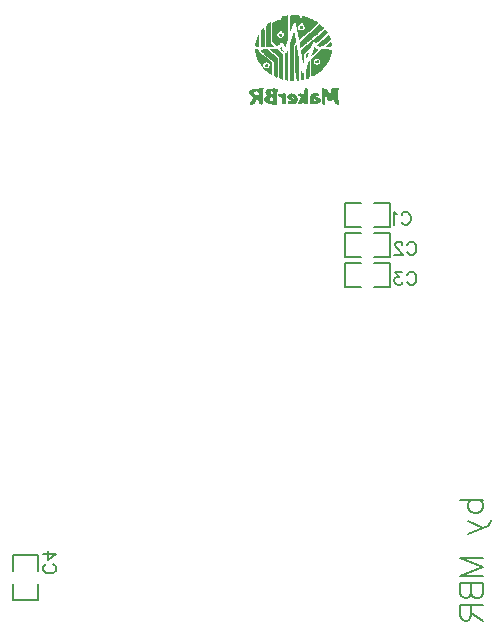
<source format=gbo>
G04 Layer: BottomSilkLayer*
G04 EasyEDA v6.4.0, 2020-08-15T23:10:14+05:30*
G04 5cc65f200d574341adaaee413559fcb0,ac1a8ddbb09a48189df0a8a7e8d705f5,10*
G04 Gerber Generator version 0.2*
G04 Scale: 100 percent, Rotated: No, Reflected: No *
G04 Dimensions in inches *
G04 leading zeros omitted , absolute positions ,2 integer and 4 decimal *
%FSLAX24Y24*%
%MOIN*%
G90*
G70D02*

%ADD37C,0.008000*%
%ADD42C,0.007000*%
%ADD43C,0.007870*%

%LPD*%

%LPD*%
G36*
G01X13522Y20386D02*
G01X13503Y20390D01*
G01X13485Y20389D01*
G01X13467Y20385D01*
G01X13453Y20376D01*
G01X13443Y20363D01*
G01X13440Y20340D01*
G01X13449Y20315D01*
G01X13465Y20294D01*
G01X13487Y20281D01*
G01X13517Y20282D01*
G01X13544Y20300D01*
G01X13561Y20326D01*
G01X13562Y20354D01*
G01X13553Y20369D01*
G01X13539Y20379D01*
G01X13522Y20386D01*
G37*

%LPD*%
G36*
G01X12834Y20144D02*
G01X12806Y20145D01*
G01X12778Y20138D01*
G01X12756Y20123D01*
G01X12745Y20107D01*
G01X12742Y20090D01*
G01X12747Y20073D01*
G01X12758Y20059D01*
G01X12773Y20047D01*
G01X12793Y20040D01*
G01X12815Y20038D01*
G01X12839Y20042D01*
G01X12857Y20058D01*
G01X12867Y20084D01*
G01X12867Y20113D01*
G01X12855Y20135D01*
G01X12834Y20144D01*
G37*

%LPD*%
G36*
G01X13256Y20768D02*
G01X13235Y20769D01*
G01X13216Y20768D01*
G01X13199Y20767D01*
G01X13185Y20763D01*
G01X13172Y20759D01*
G01X13160Y20753D01*
G01X13151Y20744D01*
G01X13143Y20734D01*
G01X13136Y20722D01*
G01X13130Y20708D01*
G01X13126Y20691D01*
G01X13122Y20672D01*
G01X13120Y20651D01*
G01X13119Y20627D01*
G01X13118Y20600D01*
G01X13118Y20501D01*
G01X13119Y20462D01*
G01X13124Y20186D01*
G01X13173Y20333D01*
G01X13185Y20366D01*
G01X13197Y20396D01*
G01X13208Y20421D01*
G01X13219Y20442D01*
G01X13230Y20460D01*
G01X13240Y20473D01*
G01X13251Y20483D01*
G01X13261Y20489D01*
G01X13272Y20491D01*
G01X13283Y20490D01*
G01X13294Y20485D01*
G01X13305Y20477D01*
G01X13307Y20474D01*
G01X13310Y20469D01*
G01X13312Y20461D01*
G01X13319Y20440D01*
G01X13322Y20425D01*
G01X13327Y20409D01*
G01X13331Y20390D01*
G01X13336Y20368D01*
G01X13341Y20344D01*
G01X13346Y20319D01*
G01X13352Y20290D01*
G01X13358Y20259D01*
G01X13365Y20226D01*
G01X13372Y20191D01*
G01X13379Y20153D01*
G01X13386Y20113D01*
G01X13394Y20070D01*
G01X13403Y20025D01*
G01X13411Y19977D01*
G01X13423Y19914D01*
G01X13754Y20196D01*
G01X14085Y20479D01*
G01X14001Y20542D01*
G01X13986Y20552D01*
G01X13970Y20561D01*
G01X13952Y20572D01*
G01X13933Y20582D01*
G01X13869Y20614D01*
G01X13823Y20634D01*
G01X13800Y20645D01*
G01X13776Y20655D01*
G01X13752Y20664D01*
G01X13729Y20673D01*
G01X13706Y20681D01*
G01X13684Y20689D01*
G01X13662Y20696D01*
G01X13641Y20702D01*
G01X13622Y20708D01*
G01X13604Y20712D01*
G01X13532Y20729D01*
G01X13532Y20586D01*
G01X13533Y20545D01*
G01X13534Y20511D01*
G01X13536Y20485D01*
G01X13539Y20464D01*
G01X13544Y20448D01*
G01X13551Y20434D01*
G01X13560Y20424D01*
G01X13571Y20414D01*
G01X13588Y20398D01*
G01X13600Y20380D01*
G01X13607Y20361D01*
G01X13610Y20342D01*
G01X13608Y20324D01*
G01X13602Y20306D01*
G01X13592Y20289D01*
G01X13579Y20274D01*
G01X13562Y20261D01*
G01X13543Y20252D01*
G01X13520Y20246D01*
G01X13494Y20243D01*
G01X13469Y20246D01*
G01X13447Y20252D01*
G01X13427Y20261D01*
G01X13411Y20273D01*
G01X13399Y20288D01*
G01X13391Y20304D01*
G01X13386Y20322D01*
G01X13386Y20340D01*
G01X13389Y20359D01*
G01X13398Y20378D01*
G01X13411Y20396D01*
G01X13429Y20413D01*
G01X13444Y20426D01*
G01X13456Y20438D01*
G01X13464Y20451D01*
G01X13469Y20467D01*
G01X13472Y20488D01*
G01X13473Y20515D01*
G01X13473Y20550D01*
G01X13472Y20596D01*
G01X13466Y20740D01*
G01X13400Y20750D01*
G01X13365Y20755D01*
G01X13334Y20759D01*
G01X13306Y20763D01*
G01X13280Y20766D01*
G01X13256Y20768D01*
G37*

%LPD*%
G36*
G01X14489Y19863D02*
G01X14478Y19864D01*
G01X14463Y19857D01*
G01X14443Y19842D01*
G01X14414Y19819D01*
G01X14378Y19788D01*
G01X14284Y19707D01*
G01X14445Y19707D01*
G01X14477Y19709D01*
G01X14499Y19713D01*
G01X14513Y19721D01*
G01X14520Y19735D01*
G01X14521Y19755D01*
G01X14517Y19782D01*
G01X14508Y19818D01*
G01X14503Y19840D01*
G01X14497Y19855D01*
G01X14489Y19863D01*
G37*

%LPD*%
G36*
G01X14416Y20086D02*
G01X14408Y20087D01*
G01X14399Y20084D01*
G01X14387Y20079D01*
G01X14372Y20070D01*
G01X14355Y20058D01*
G01X14310Y20022D01*
G01X14281Y19998D01*
G01X14248Y19969D01*
G01X14209Y19936D01*
G01X14178Y19910D01*
G01X14150Y19886D01*
G01X14125Y19863D01*
G01X14103Y19842D01*
G01X14084Y19823D01*
G01X14068Y19806D01*
G01X14054Y19790D01*
G01X14044Y19776D01*
G01X14036Y19764D01*
G01X14031Y19753D01*
G01X14028Y19743D01*
G01X14029Y19735D01*
G01X14032Y19728D01*
G01X14038Y19721D01*
G01X14046Y19717D01*
G01X14057Y19713D01*
G01X14071Y19710D01*
G01X14088Y19708D01*
G01X14106Y19707D01*
G01X14145Y19707D01*
G01X14161Y19708D01*
G01X14175Y19710D01*
G01X14189Y19713D01*
G01X14202Y19718D01*
G01X14217Y19725D01*
G01X14232Y19734D01*
G01X14249Y19746D01*
G01X14268Y19760D01*
G01X14290Y19778D01*
G01X14316Y19800D01*
G01X14345Y19825D01*
G01X14483Y19944D01*
G01X14452Y20020D01*
G01X14446Y20037D01*
G01X14440Y20052D01*
G01X14434Y20065D01*
G01X14429Y20074D01*
G01X14423Y20081D01*
G01X14416Y20086D01*
G37*

%LPD*%
G36*
G01X12072Y20105D02*
G01X12068Y20107D01*
G01X12063Y20105D01*
G01X12058Y20099D01*
G01X12052Y20090D01*
G01X12046Y20077D01*
G01X12039Y20061D01*
G01X12031Y20040D01*
G01X12022Y20017D01*
G01X12013Y19989D01*
G01X12003Y19958D01*
G01X11993Y19923D01*
G01X11980Y19879D01*
G01X11970Y19842D01*
G01X11962Y19810D01*
G01X11957Y19784D01*
G01X11955Y19762D01*
G01X11956Y19744D01*
G01X11960Y19731D01*
G01X11966Y19721D01*
G01X11976Y19714D01*
G01X11988Y19709D01*
G01X12003Y19707D01*
G01X12089Y19707D01*
G01X12088Y19922D01*
G01X12088Y19957D01*
G01X12087Y19988D01*
G01X12086Y20016D01*
G01X12085Y20040D01*
G01X12083Y20060D01*
G01X12081Y20077D01*
G01X12078Y20090D01*
G01X12075Y20099D01*
G01X12072Y20105D01*
G37*

%LPD*%
G36*
G01X12268Y20272D02*
G01X12254Y20363D01*
G01X12146Y20253D01*
G01X12146Y19707D01*
G01X12279Y19707D01*
G01X12279Y19991D01*
G01X12278Y20026D01*
G01X12278Y20060D01*
G01X12277Y20093D01*
G01X12276Y20125D01*
G01X12275Y20156D01*
G01X12274Y20185D01*
G01X12272Y20211D01*
G01X12271Y20234D01*
G01X12269Y20255D01*
G01X12268Y20272D01*
G37*

%LPD*%
G36*
G01X12469Y19830D02*
G01X12469Y20538D01*
G01X12405Y20496D01*
G01X12393Y20488D01*
G01X12383Y20480D01*
G01X12374Y20472D01*
G01X12365Y20463D01*
G01X12358Y20453D01*
G01X12351Y20441D01*
G01X12345Y20428D01*
G01X12340Y20413D01*
G01X12335Y20396D01*
G01X12331Y20377D01*
G01X12328Y20355D01*
G01X12325Y20330D01*
G01X12323Y20302D01*
G01X12321Y20271D01*
G01X12319Y20236D01*
G01X12318Y20197D01*
G01X12318Y20153D01*
G01X12317Y20106D01*
G01X12317Y19707D01*
G01X12609Y19707D01*
G01X12539Y19768D01*
G01X12469Y19830D01*
G37*

%LPD*%
G36*
G01X13057Y20190D02*
G01X13057Y20749D01*
G01X12986Y20738D01*
G01X12963Y20734D01*
G01X12942Y20731D01*
G01X12923Y20728D01*
G01X12906Y20725D01*
G01X12892Y20721D01*
G01X12879Y20717D01*
G01X12868Y20712D01*
G01X12859Y20706D01*
G01X12852Y20698D01*
G01X12846Y20689D01*
G01X12840Y20678D01*
G01X12837Y20665D01*
G01X12834Y20649D01*
G01X12832Y20630D01*
G01X12831Y20609D01*
G01X12830Y20584D01*
G01X12830Y20347D01*
G01X12831Y20309D01*
G01X12832Y20277D01*
G01X12833Y20251D01*
G01X12835Y20231D01*
G01X12838Y20215D01*
G01X12842Y20203D01*
G01X12847Y20194D01*
G01X12852Y20188D01*
G01X12859Y20182D01*
G01X12868Y20178D01*
G01X12884Y20169D01*
G01X12896Y20158D01*
G01X12906Y20146D01*
G01X12913Y20132D01*
G01X12918Y20118D01*
G01X12919Y20103D01*
G01X12918Y20088D01*
G01X12915Y20073D01*
G01X12909Y20058D01*
G01X12901Y20045D01*
G01X12891Y20032D01*
G01X12879Y20021D01*
G01X12864Y20012D01*
G01X12848Y20005D01*
G01X12831Y20001D01*
G01X12811Y19999D01*
G01X12785Y20002D01*
G01X12760Y20009D01*
G01X12740Y20019D01*
G01X12723Y20032D01*
G01X12710Y20048D01*
G01X12700Y20066D01*
G01X12695Y20084D01*
G01X12695Y20104D01*
G01X12699Y20123D01*
G01X12709Y20141D01*
G01X12724Y20157D01*
G01X12744Y20172D01*
G01X12755Y20178D01*
G01X12764Y20184D01*
G01X12771Y20190D01*
G01X12777Y20198D01*
G01X12782Y20209D01*
G01X12785Y20221D01*
G01X12788Y20238D01*
G01X12790Y20259D01*
G01X12791Y20285D01*
G01X12791Y20316D01*
G01X12792Y20354D01*
G01X12792Y20476D01*
G01X12791Y20506D01*
G01X12790Y20532D01*
G01X12788Y20553D01*
G01X12784Y20569D01*
G01X12780Y20582D01*
G01X12774Y20590D01*
G01X12766Y20596D01*
G01X12756Y20597D01*
G01X12743Y20596D01*
G01X12728Y20591D01*
G01X12711Y20584D01*
G01X12690Y20574D01*
G01X12666Y20562D01*
G01X12639Y20548D01*
G01X12535Y20495D01*
G01X12525Y19847D01*
G01X12637Y19749D01*
G01X12662Y19729D01*
G01X12681Y19717D01*
G01X12695Y19712D01*
G01X12707Y19715D01*
G01X12719Y19726D01*
G01X12733Y19744D01*
G01X12750Y19769D01*
G01X12769Y19797D01*
G01X12786Y19820D01*
G01X12802Y19838D01*
G01X12817Y19850D01*
G01X12831Y19857D01*
G01X12843Y19859D01*
G01X12856Y19857D01*
G01X12868Y19848D01*
G01X12881Y19835D01*
G01X12894Y19816D01*
G01X12907Y19792D01*
G01X12922Y19763D01*
G01X12931Y19743D01*
G01X12939Y19726D01*
G01X12946Y19714D01*
G01X12952Y19707D01*
G01X12958Y19704D01*
G01X12964Y19707D01*
G01X12970Y19715D01*
G01X12977Y19730D01*
G01X12985Y19750D01*
G01X12994Y19778D01*
G01X13005Y19812D01*
G01X13018Y19854D01*
G01X13023Y19870D01*
G01X13028Y19885D01*
G01X13032Y19901D01*
G01X13036Y19916D01*
G01X13045Y19964D01*
G01X13047Y19982D01*
G01X13049Y20001D01*
G01X13051Y20022D01*
G01X13052Y20044D01*
G01X13054Y20069D01*
G01X13055Y20095D01*
G01X13056Y20124D01*
G01X13056Y20156D01*
G01X13057Y20190D01*
G37*

%LPD*%
G36*
G01X14194Y20396D02*
G01X14135Y20458D01*
G01X13785Y20159D01*
G01X13436Y19861D01*
G01X13449Y19772D01*
G01X13454Y19736D01*
G01X13460Y19704D01*
G01X13466Y19681D01*
G01X13471Y19668D01*
G01X13473Y19668D01*
G01X13478Y19671D01*
G01X13485Y19676D01*
G01X13495Y19683D01*
G01X13521Y19703D01*
G01X13538Y19715D01*
G01X13556Y19730D01*
G01X13576Y19745D01*
G01X13597Y19763D01*
G01X13620Y19781D01*
G01X13644Y19801D01*
G01X13669Y19821D01*
G01X13696Y19843D01*
G01X13722Y19865D01*
G01X13750Y19888D01*
G01X13779Y19911D01*
G01X13807Y19936D01*
G01X13837Y19960D01*
G01X13866Y19984D01*
G01X13895Y20009D01*
G01X13953Y20057D01*
G01X14009Y20105D01*
G01X14036Y20128D01*
G01X14062Y20150D01*
G01X14087Y20172D01*
G01X14133Y20212D01*
G01X14154Y20230D01*
G01X14174Y20248D01*
G01X14191Y20263D01*
G01X14207Y20278D01*
G01X14221Y20290D01*
G01X14232Y20301D01*
G01X14242Y20310D01*
G01X14249Y20317D01*
G01X14253Y20322D01*
G01X14254Y20325D01*
G01X14250Y20333D01*
G01X14237Y20349D01*
G01X14218Y20371D01*
G01X14194Y20396D01*
G37*

%LPD*%
G36*
G01X12831Y19685D02*
G01X12823Y19688D01*
G01X12815Y19684D01*
G01X12808Y19673D01*
G01X12800Y19656D01*
G01X12797Y19637D01*
G01X12803Y19618D01*
G01X12819Y19596D01*
G01X12846Y19571D01*
G01X12905Y19521D01*
G01X12873Y19606D01*
G01X12861Y19636D01*
G01X12850Y19660D01*
G01X12840Y19676D01*
G01X12831Y19685D01*
G37*

%LPD*%
G36*
G01X13945Y19678D02*
G01X13940Y19678D01*
G01X13934Y19674D01*
G01X13928Y19665D01*
G01X13921Y19651D01*
G01X13913Y19632D01*
G01X13902Y19607D01*
G01X13890Y19575D01*
G01X13874Y19536D01*
G01X13862Y19504D01*
G01X13851Y19477D01*
G01X13843Y19454D01*
G01X13836Y19435D01*
G01X13831Y19420D01*
G01X13829Y19409D01*
G01X13829Y19401D01*
G01X13831Y19397D01*
G01X13837Y19397D01*
G01X13845Y19401D01*
G01X13856Y19408D01*
G01X13870Y19419D01*
G01X13888Y19433D01*
G01X13908Y19451D01*
G01X13932Y19471D01*
G01X13960Y19496D01*
G01X13997Y19527D01*
G01X14025Y19553D01*
G01X14045Y19572D01*
G01X14059Y19587D01*
G01X14065Y19598D01*
G01X14066Y19604D01*
G01X14061Y19608D01*
G01X14051Y19609D01*
G01X14032Y19612D01*
G01X14011Y19621D01*
G01X13992Y19633D01*
G01X13975Y19648D01*
G01X13965Y19659D01*
G01X13957Y19668D01*
G01X13951Y19675D01*
G01X13945Y19678D01*
G37*

%LPD*%
G36*
G01X13757Y19534D02*
G01X13754Y19540D01*
G01X13738Y19530D01*
G01X13706Y19504D01*
G01X13688Y19489D01*
G01X13674Y19476D01*
G01X13663Y19463D01*
G01X13656Y19448D01*
G01X13651Y19432D01*
G01X13649Y19413D01*
G01X13648Y19388D01*
G01X13648Y19358D01*
G01X13649Y19259D01*
G01X13693Y19368D01*
G01X13703Y19390D01*
G01X13712Y19413D01*
G01X13721Y19435D01*
G01X13729Y19455D01*
G01X13736Y19474D01*
G01X13743Y19491D01*
G01X13748Y19504D01*
G01X13757Y19534D01*
G37*

%LPD*%
G36*
G01X14304Y20263D02*
G01X14298Y20263D01*
G01X14291Y20262D01*
G01X14283Y20260D01*
G01X14274Y20255D01*
G01X14264Y20250D01*
G01X14252Y20242D01*
G01X14238Y20232D01*
G01X14222Y20220D01*
G01X14205Y20206D01*
G01X14185Y20190D01*
G01X14163Y20172D01*
G01X14138Y20151D01*
G01X14111Y20128D01*
G01X14081Y20102D01*
G01X14048Y20073D01*
G01X14011Y20042D01*
G01X13972Y20008D01*
G01X13928Y19971D01*
G01X13882Y19930D01*
G01X13481Y19584D01*
G01X13531Y19332D01*
G01X13580Y19080D01*
G01X13591Y19471D01*
G01X13702Y19568D01*
G01X13732Y19595D01*
G01X13758Y19620D01*
G01X13779Y19643D01*
G01X13797Y19665D01*
G01X13813Y19687D01*
G01X13826Y19709D01*
G01X13837Y19733D01*
G01X13847Y19759D01*
G01X13861Y19793D01*
G01X13874Y19820D01*
G01X13887Y19840D01*
G01X13900Y19853D01*
G01X13914Y19860D01*
G01X13928Y19860D01*
G01X13944Y19854D01*
G01X13961Y19842D01*
G01X13968Y19836D01*
G01X13975Y19833D01*
G01X13983Y19832D01*
G01X13992Y19834D01*
G01X14003Y19838D01*
G01X14017Y19846D01*
G01X14034Y19857D01*
G01X14055Y19873D01*
G01X14081Y19893D01*
G01X14147Y19948D01*
G01X14189Y19984D01*
G01X14386Y20152D01*
G01X14345Y20214D01*
G01X14335Y20230D01*
G01X14331Y20238D01*
G01X14326Y20244D01*
G01X14322Y20250D01*
G01X14318Y20255D01*
G01X14314Y20259D01*
G01X14309Y20262D01*
G01X14304Y20263D01*
G37*

%LPD*%
G36*
G01X12020Y19609D02*
G01X11951Y19609D01*
G01X11964Y19526D01*
G01X11968Y19505D01*
G01X11972Y19483D01*
G01X11977Y19461D01*
G01X11982Y19440D01*
G01X11994Y19396D01*
G01X12001Y19375D01*
G01X12009Y19353D01*
G01X12017Y19332D01*
G01X12026Y19310D01*
G01X12035Y19289D01*
G01X12044Y19267D01*
G01X12054Y19246D01*
G01X12065Y19226D01*
G01X12087Y19184D01*
G01X12099Y19163D01*
G01X12111Y19143D01*
G01X12137Y19103D01*
G01X12150Y19084D01*
G01X12178Y19046D01*
G01X12193Y19027D01*
G01X12208Y19009D01*
G01X12223Y18990D01*
G01X12239Y18973D01*
G01X12255Y18955D01*
G01X12271Y18938D01*
G01X12288Y18922D01*
G01X12305Y18905D01*
G01X12339Y18875D01*
G01X12356Y18859D01*
G01X12375Y18845D01*
G01X12393Y18831D01*
G01X12411Y18818D01*
G01X12430Y18805D01*
G01X12448Y18792D01*
G01X12467Y18780D01*
G01X12526Y18745D01*
G01X12526Y19183D01*
G01X12307Y19357D01*
G01X12269Y19388D01*
G01X12235Y19415D01*
G01X12206Y19440D01*
G01X12180Y19463D01*
G01X12157Y19483D01*
G01X12138Y19501D01*
G01X12122Y19517D01*
G01X12110Y19531D01*
G01X12101Y19543D01*
G01X12094Y19553D01*
G01X12090Y19563D01*
G01X12089Y19570D01*
G01X12086Y19590D01*
G01X12077Y19602D01*
G01X12056Y19608D01*
G01X12020Y19609D01*
G37*

%LPC*%
G36*
G01X12361Y19175D02*
G01X12340Y19180D01*
G01X12321Y19178D01*
G01X12310Y19175D01*
G01X12297Y19172D01*
G01X12286Y19171D01*
G01X12278Y19170D01*
G01X12265Y19166D01*
G01X12253Y19155D01*
G01X12242Y19140D01*
G01X12232Y19121D01*
G01X12225Y19100D01*
G01X12220Y19080D01*
G01X12220Y19060D01*
G01X12223Y19044D01*
G01X12233Y19027D01*
G01X12244Y19014D01*
G01X12258Y19003D01*
G01X12274Y18994D01*
G01X12291Y18989D01*
G01X12308Y18985D01*
G01X12327Y18984D01*
G01X12345Y18986D01*
G01X12363Y18990D01*
G01X12380Y18996D01*
G01X12396Y19004D01*
G01X12411Y19014D01*
G01X12424Y19027D01*
G01X12434Y19041D01*
G01X12442Y19058D01*
G01X12446Y19076D01*
G01X12444Y19094D01*
G01X12436Y19114D01*
G01X12421Y19133D01*
G01X12403Y19150D01*
G01X12382Y19165D01*
G01X12361Y19175D01*
G37*

%LPD*%
G36*
G01X12366Y19132D02*
G01X12335Y19136D01*
G01X12304Y19128D01*
G01X12280Y19107D01*
G01X12274Y19092D01*
G01X12273Y19077D01*
G01X12277Y19062D01*
G01X12285Y19048D01*
G01X12297Y19038D01*
G01X12311Y19030D01*
G01X12328Y19025D01*
G01X12346Y19026D01*
G01X12371Y19037D01*
G01X12387Y19057D01*
G01X12392Y19084D01*
G01X12385Y19114D01*
G01X12366Y19132D01*
G37*

%LPD*%
G36*
G01X14394Y19609D02*
G01X14168Y19609D01*
G01X13814Y19304D01*
G01X13820Y19011D01*
G01X13821Y18962D01*
G01X13822Y18918D01*
G01X13823Y18879D01*
G01X13825Y18845D01*
G01X13826Y18815D01*
G01X13828Y18789D01*
G01X13831Y18767D01*
G01X13834Y18750D01*
G01X13838Y18735D01*
G01X13842Y18724D01*
G01X13848Y18716D01*
G01X13855Y18711D01*
G01X13863Y18709D01*
G01X13872Y18710D01*
G01X13882Y18713D01*
G01X13895Y18718D01*
G01X13909Y18725D01*
G01X13924Y18733D01*
G01X13942Y18744D01*
G01X13961Y18755D01*
G01X13981Y18767D01*
G01X14002Y18781D01*
G01X14022Y18794D01*
G01X14043Y18809D01*
G01X14063Y18823D01*
G01X14082Y18839D01*
G01X14102Y18855D01*
G01X14121Y18871D01*
G01X14159Y18905D01*
G01X14177Y18922D01*
G01X14213Y18958D01*
G01X14264Y19015D01*
G01X14280Y19034D01*
G01X14296Y19054D01*
G01X14341Y19114D01*
G01X14355Y19135D01*
G01X14368Y19155D01*
G01X14382Y19176D01*
G01X14418Y19239D01*
G01X14440Y19281D01*
G01X14450Y19302D01*
G01X14468Y19344D01*
G01X14476Y19365D01*
G01X14483Y19386D01*
G01X14490Y19406D01*
G01X14496Y19427D01*
G01X14502Y19447D01*
G01X14506Y19467D01*
G01X14511Y19488D01*
G01X14514Y19507D01*
G01X14517Y19527D01*
G01X14519Y19546D01*
G01X14520Y19565D01*
G01X14520Y19584D01*
G01X14519Y19591D01*
G01X14513Y19596D01*
G01X14503Y19601D01*
G01X14487Y19604D01*
G01X14464Y19607D01*
G01X14433Y19608D01*
G01X14394Y19609D01*
G37*

%LPC*%
G36*
G01X14026Y19298D02*
G01X14010Y19298D01*
G01X13993Y19294D01*
G01X13975Y19286D01*
G01X13955Y19275D01*
G01X13936Y19261D01*
G01X13922Y19244D01*
G01X13914Y19227D01*
G01X13910Y19208D01*
G01X13910Y19189D01*
G01X13914Y19171D01*
G01X13923Y19153D01*
G01X13935Y19137D01*
G01X13951Y19124D01*
G01X13970Y19114D01*
G01X13992Y19107D01*
G01X14017Y19105D01*
G01X14043Y19107D01*
G01X14067Y19111D01*
G01X14088Y19119D01*
G01X14105Y19130D01*
G01X14118Y19142D01*
G01X14128Y19157D01*
G01X14133Y19173D01*
G01X14135Y19189D01*
G01X14131Y19207D01*
G01X14124Y19225D01*
G01X14111Y19242D01*
G01X14094Y19260D01*
G01X14075Y19275D01*
G01X14057Y19287D01*
G01X14041Y19294D01*
G01X14026Y19298D01*
G37*

%LPD*%
G36*
G01X14070Y19241D02*
G01X14047Y19249D01*
G01X14016Y19246D01*
G01X13985Y19234D01*
G01X13962Y19215D01*
G01X13955Y19200D01*
G01X13955Y19185D01*
G01X13960Y19171D01*
G01X13971Y19159D01*
G01X13985Y19150D01*
G01X14003Y19144D01*
G01X14022Y19142D01*
G01X14043Y19145D01*
G01X14068Y19161D01*
G01X14082Y19188D01*
G01X14084Y19217D01*
G01X14070Y19241D01*
G37*

%LPD*%
G36*
G01X12255Y19609D02*
G01X12232Y19609D01*
G01X12211Y19608D01*
G01X12194Y19606D01*
G01X12179Y19604D01*
G01X12167Y19601D01*
G01X12158Y19597D01*
G01X12152Y19591D01*
G01X12149Y19585D01*
G01X12148Y19577D01*
G01X12152Y19568D01*
G01X12158Y19557D01*
G01X12167Y19544D01*
G01X12180Y19530D01*
G01X12196Y19514D01*
G01X12215Y19496D01*
G01X12238Y19475D01*
G01X12264Y19453D01*
G01X12294Y19428D01*
G01X12327Y19401D01*
G01X12364Y19371D01*
G01X12583Y19195D01*
G01X12583Y18715D01*
G01X12637Y18691D01*
G01X12692Y18667D01*
G01X12703Y18727D01*
G01X12705Y18738D01*
G01X12707Y18753D01*
G01X12708Y18772D01*
G01X12710Y18795D01*
G01X12711Y18821D01*
G01X12712Y18850D01*
G01X12713Y18880D01*
G01X12714Y18914D01*
G01X12714Y18948D01*
G01X12715Y18984D01*
G01X12715Y19059D01*
G01X12716Y19330D01*
G01X12364Y19608D01*
G01X12255Y19609D01*
G37*

%LPD*%
G36*
G01X13771Y19247D02*
G01X13770Y19248D01*
G01X13760Y19238D01*
G01X13751Y19225D01*
G01X13741Y19209D01*
G01X13732Y19190D01*
G01X13723Y19168D01*
G01X13714Y19145D01*
G01X13706Y19119D01*
G01X13698Y19092D01*
G01X13690Y19064D01*
G01X13676Y19004D01*
G01X13664Y18942D01*
G01X13660Y18911D01*
G01X13655Y18881D01*
G01X13652Y18851D01*
G01X13648Y18821D01*
G01X13646Y18793D01*
G01X13645Y18767D01*
G01X13644Y18742D01*
G01X13645Y18718D01*
G01X13646Y18697D01*
G01X13648Y18679D01*
G01X13652Y18663D01*
G01X13656Y18650D01*
G01X13662Y18641D01*
G01X13668Y18635D01*
G01X13676Y18633D01*
G01X13694Y18633D01*
G01X13709Y18634D01*
G01X13722Y18636D01*
G01X13734Y18640D01*
G01X13744Y18646D01*
G01X13752Y18654D01*
G01X13759Y18665D01*
G01X13765Y18679D01*
G01X13769Y18697D01*
G01X13773Y18719D01*
G01X13776Y18746D01*
G01X13777Y18777D01*
G01X13778Y18814D01*
G01X13779Y18857D01*
G01X13779Y18906D01*
G01X13780Y18961D01*
G01X13779Y19002D01*
G01X13779Y19076D01*
G01X13778Y19109D01*
G01X13777Y19140D01*
G01X13777Y19167D01*
G01X13776Y19192D01*
G01X13775Y19212D01*
G01X13773Y19228D01*
G01X13772Y19240D01*
G01X13771Y19247D01*
G37*

%LPD*%
G36*
G01X12887Y19469D02*
G01X12727Y19609D01*
G01X12584Y19608D01*
G01X12440Y19608D01*
G01X12597Y19482D01*
G01X12753Y19357D01*
G01X12758Y19000D01*
G01X12763Y18644D01*
G01X12887Y18600D01*
G01X12887Y19469D01*
G37*

%LPD*%
G36*
G01X13492Y18938D02*
G01X13489Y18938D01*
G01X13487Y18928D01*
G01X13485Y18910D01*
G01X13483Y18880D01*
G01X13481Y18841D01*
G01X13480Y18790D01*
G01X13478Y18740D01*
G01X13477Y18699D01*
G01X13477Y18666D01*
G01X13478Y18639D01*
G01X13480Y18619D01*
G01X13483Y18604D01*
G01X13487Y18594D01*
G01X13494Y18588D01*
G01X13502Y18586D01*
G01X13513Y18586D01*
G01X13526Y18588D01*
G01X13541Y18591D01*
G01X13556Y18598D01*
G01X13569Y18613D01*
G01X13580Y18632D01*
G01X13588Y18657D01*
G01X13593Y18684D01*
G01X13596Y18712D01*
G01X13596Y18740D01*
G01X13593Y18767D01*
G01X13587Y18791D01*
G01X13578Y18811D01*
G01X13567Y18825D01*
G01X13552Y18833D01*
G01X13534Y18840D01*
G01X13520Y18856D01*
G01X13509Y18879D01*
G01X13500Y18912D01*
G01X13496Y18929D01*
G01X13492Y18938D01*
G37*

%LPD*%
G36*
G01X13041Y19556D02*
G01X13039Y19557D01*
G01X13035Y19553D01*
G01X13033Y19549D01*
G01X13031Y19544D01*
G01X13019Y19521D01*
G01X13005Y19502D01*
G01X12989Y19488D01*
G01X12975Y19482D01*
G01X12971Y19481D01*
G01X12967Y19479D01*
G01X12964Y19476D01*
G01X12961Y19472D01*
G01X12958Y19466D01*
G01X12956Y19458D01*
G01X12954Y19449D01*
G01X12952Y19437D01*
G01X12950Y19423D01*
G01X12949Y19405D01*
G01X12947Y19386D01*
G01X12947Y19362D01*
G01X12946Y19336D01*
G01X12945Y19305D01*
G01X12944Y19271D01*
G01X12944Y18588D01*
G01X13001Y18581D01*
G01X13057Y18573D01*
G01X13056Y19087D01*
G01X13056Y19233D01*
G01X13055Y19275D01*
G01X13055Y19348D01*
G01X13054Y19380D01*
G01X13053Y19409D01*
G01X13053Y19435D01*
G01X13052Y19458D01*
G01X13052Y19478D01*
G01X13051Y19496D01*
G01X13050Y19511D01*
G01X13048Y19524D01*
G01X13047Y19535D01*
G01X13046Y19543D01*
G01X13045Y19550D01*
G01X13043Y19554D01*
G01X13041Y19556D01*
G37*

%LPD*%
G36*
G01X13340Y19765D02*
G01X13334Y19765D01*
G01X13325Y19762D01*
G01X13314Y19755D01*
G01X13310Y19751D01*
G01X13305Y19744D01*
G01X13301Y19735D01*
G01X13298Y19724D01*
G01X13294Y19711D01*
G01X13291Y19696D01*
G01X13288Y19679D01*
G01X13285Y19661D01*
G01X13283Y19641D01*
G01X13281Y19619D01*
G01X13279Y19596D01*
G01X13277Y19571D01*
G01X13276Y19546D01*
G01X13275Y19519D01*
G01X13274Y19491D01*
G01X13273Y19462D01*
G01X13273Y19432D01*
G01X13272Y19402D01*
G01X13272Y19370D01*
G01X13273Y19338D01*
G01X13273Y19273D01*
G01X13276Y19174D01*
G01X13278Y19140D01*
G01X13279Y19107D01*
G01X13281Y19073D01*
G01X13283Y19041D01*
G01X13285Y19008D01*
G01X13289Y18944D01*
G01X13292Y18913D01*
G01X13294Y18883D01*
G01X13297Y18853D01*
G01X13303Y18797D01*
G01X13306Y18771D01*
G01X13310Y18746D01*
G01X13313Y18721D01*
G01X13317Y18699D01*
G01X13321Y18678D01*
G01X13325Y18658D01*
G01X13328Y18640D01*
G01X13333Y18624D01*
G01X13337Y18610D01*
G01X13341Y18597D01*
G01X13350Y18579D01*
G01X13355Y18573D01*
G01X13359Y18569D01*
G01X13364Y18568D01*
G01X13418Y18568D01*
G01X13418Y19071D01*
G01X13417Y19104D01*
G01X13417Y19136D01*
G01X13416Y19165D01*
G01X13416Y19193D01*
G01X13415Y19220D01*
G01X13414Y19246D01*
G01X13413Y19271D01*
G01X13412Y19294D01*
G01X13410Y19317D01*
G01X13409Y19338D01*
G01X13405Y19380D01*
G01X13403Y19400D01*
G01X13399Y19438D01*
G01X13393Y19476D01*
G01X13391Y19495D01*
G01X13388Y19514D01*
G01X13384Y19533D01*
G01X13381Y19552D01*
G01X13373Y19592D01*
G01X13366Y19629D01*
G01X13360Y19663D01*
G01X13354Y19694D01*
G01X13350Y19720D01*
G01X13346Y19740D01*
G01X13344Y19755D01*
G01X13343Y19761D01*
G01X13340Y19765D01*
G37*

%LPD*%
G36*
G01X13254Y20179D02*
G01X13250Y20179D01*
G01X13245Y20176D01*
G01X13240Y20169D01*
G01X13235Y20159D01*
G01X13228Y20146D01*
G01X13222Y20128D01*
G01X13214Y20107D01*
G01X13205Y20083D01*
G01X13196Y20054D01*
G01X13185Y20022D01*
G01X13174Y19987D01*
G01X13114Y19803D01*
G01X13114Y18568D01*
G01X13247Y18568D01*
G01X13247Y19299D01*
G01X13248Y19357D01*
G01X13248Y19504D01*
G01X13249Y19544D01*
G01X13249Y19580D01*
G01X13250Y19611D01*
G01X13251Y19640D01*
G01X13252Y19664D01*
G01X13253Y19686D01*
G01X13254Y19705D01*
G01X13256Y19721D01*
G01X13258Y19735D01*
G01X13260Y19747D01*
G01X13262Y19757D01*
G01X13264Y19765D01*
G01X13271Y19779D01*
G01X13274Y19784D01*
G01X13278Y19789D01*
G01X13282Y19793D01*
G01X13287Y19797D01*
G01X13300Y19809D01*
G01X13309Y19821D01*
G01X13315Y19835D01*
G01X13317Y19853D01*
G01X13316Y19878D01*
G01X13312Y19913D01*
G01X13304Y19961D01*
G01X13293Y20023D01*
G01X13288Y20053D01*
G01X13283Y20081D01*
G01X13278Y20105D01*
G01X13274Y20126D01*
G01X13270Y20143D01*
G01X13266Y20157D01*
G01X13262Y20168D01*
G01X13258Y20175D01*
G01X13254Y20179D01*
G37*

%LPD*%
G36*
G01X13189Y18141D02*
G01X13168Y18142D01*
G01X13147Y18140D01*
G01X13129Y18136D01*
G01X13111Y18131D01*
G01X13096Y18124D01*
G01X13082Y18116D01*
G01X13069Y18106D01*
G01X13059Y18096D01*
G01X13050Y18084D01*
G01X13043Y18071D01*
G01X13038Y18058D01*
G01X13035Y18044D01*
G01X13034Y18030D01*
G01X13035Y18016D01*
G01X13038Y18001D01*
G01X13044Y17987D01*
G01X13052Y17973D01*
G01X13062Y17959D01*
G01X13075Y17945D01*
G01X13090Y17932D01*
G01X13109Y17921D01*
G01X13129Y17909D01*
G01X13181Y17884D01*
G01X13110Y17894D01*
G01X13085Y17897D01*
G01X13065Y17896D01*
G01X13050Y17892D01*
G01X13040Y17884D01*
G01X13035Y17872D01*
G01X13036Y17857D01*
G01X13041Y17837D01*
G01X13050Y17813D01*
G01X13057Y17805D01*
G01X13071Y17799D01*
G01X13090Y17794D01*
G01X13113Y17790D01*
G01X13139Y17788D01*
G01X13167Y17787D01*
G01X13195Y17787D01*
G01X13223Y17789D01*
G01X13250Y17792D01*
G01X13273Y17796D01*
G01X13293Y17802D01*
G01X13309Y17809D01*
G01X13325Y17822D01*
G01X13339Y17836D01*
G01X13351Y17852D01*
G01X13361Y17870D01*
G01X13368Y17888D01*
G01X13373Y17907D01*
G01X13376Y17927D01*
G01X13376Y17947D01*
G01X13375Y17968D01*
G01X13371Y17988D01*
G01X13366Y18008D01*
G01X13358Y18027D01*
G01X13349Y18046D01*
G01X13338Y18063D01*
G01X13325Y18080D01*
G01X13310Y18094D01*
G01X13294Y18107D01*
G01X13276Y18119D01*
G01X13256Y18128D01*
G01X13235Y18134D01*
G01X13211Y18139D01*
G01X13189Y18141D01*
G37*

%LPC*%
G36*
G01X13192Y18046D02*
G01X13177Y18046D01*
G01X13172Y18034D01*
G01X13175Y18026D01*
G01X13183Y18015D01*
G01X13195Y18003D01*
G01X13210Y17990D01*
G01X13234Y17974D01*
G01X13246Y17973D01*
G01X13244Y17987D01*
G01X13228Y18016D01*
G01X13211Y18036D01*
G01X13192Y18046D01*
G37*

%LPD*%
G36*
G01X12931Y18157D02*
G01X12899Y18160D01*
G01X12877Y18154D01*
G01X12868Y18138D01*
G01X12865Y18127D01*
G01X12855Y18123D01*
G01X12836Y18123D01*
G01X12806Y18130D01*
G01X12782Y18136D01*
G01X12761Y18140D01*
G01X12746Y18144D01*
G01X12739Y18145D01*
G01X12738Y18140D01*
G01X12736Y18128D01*
G01X12735Y18110D01*
G01X12735Y18088D01*
G01X12736Y18063D01*
G01X12742Y18045D01*
G01X12750Y18034D01*
G01X12763Y18031D01*
G01X12786Y18028D01*
G01X12806Y18020D01*
G01X12824Y18007D01*
G01X12839Y17989D01*
G01X12851Y17967D01*
G01X12860Y17940D01*
G01X12866Y17910D01*
G01X12868Y17877D01*
G01X12868Y17787D01*
G01X13001Y17787D01*
G01X13001Y17957D01*
G01X13000Y18006D01*
G01X12999Y18045D01*
G01X12997Y18076D01*
G01X12994Y18100D01*
G01X12990Y18117D01*
G01X12985Y18129D01*
G01X12977Y18138D01*
G01X12967Y18144D01*
G01X12931Y18157D01*
G37*

%LPD*%
G36*
G01X14022Y18156D02*
G01X13996Y18157D01*
G01X13965Y18156D01*
G01X13934Y18151D01*
G01X13902Y18144D01*
G01X13872Y18134D01*
G01X13846Y18122D01*
G01X13835Y18115D01*
G01X13825Y18107D01*
G01X13816Y18096D01*
G01X13809Y18084D01*
G01X13802Y18069D01*
G01X13796Y18052D01*
G01X13787Y18007D01*
G01X13784Y17980D01*
G01X13780Y17947D01*
G01X13777Y17910D01*
G01X13775Y17869D01*
G01X13770Y17779D01*
G01X13922Y17784D01*
G01X13949Y17786D01*
G01X13974Y17788D01*
G01X13998Y17792D01*
G01X14020Y17796D01*
G01X14040Y17802D01*
G01X14059Y17809D01*
G01X14076Y17816D01*
G01X14092Y17823D01*
G01X14105Y17832D01*
G01X14117Y17841D01*
G01X14127Y17851D01*
G01X14135Y17861D01*
G01X14141Y17872D01*
G01X14146Y17883D01*
G01X14148Y17894D01*
G01X14149Y17906D01*
G01X14148Y17917D01*
G01X14145Y17929D01*
G01X14140Y17941D01*
G01X14133Y17953D01*
G01X14124Y17965D01*
G01X14113Y17976D01*
G01X14100Y17988D01*
G01X14085Y17999D01*
G01X14068Y18009D01*
G01X14048Y18020D01*
G01X14027Y18030D01*
G01X14003Y18039D01*
G01X13941Y18063D01*
G01X14012Y18063D01*
G01X14038Y18065D01*
G01X14059Y18070D01*
G01X14073Y18077D01*
G01X14083Y18087D01*
G01X14086Y18099D01*
G01X14084Y18112D01*
G01X14075Y18127D01*
G01X14060Y18143D01*
G01X14044Y18151D01*
G01X14022Y18156D01*
G37*

%LPC*%
G36*
G01X13949Y17944D02*
G01X13928Y17949D01*
G01X13916Y17943D01*
G01X13912Y17927D01*
G01X13921Y17909D01*
G01X13942Y17896D01*
G01X13968Y17890D01*
G01X13993Y17895D01*
G01X13999Y17901D01*
G01X13998Y17909D01*
G01X13992Y17918D01*
G01X13978Y17928D01*
G01X13949Y17944D01*
G37*

%LPD*%
G36*
G01X13678Y18316D02*
G01X13664Y18320D01*
G01X13650Y18319D01*
G01X13637Y18316D01*
G01X13626Y18308D01*
G01X13615Y18297D01*
G01X13606Y18282D01*
G01X13598Y18265D01*
G01X13592Y18244D01*
G01X13588Y18219D01*
G01X13585Y18192D01*
G01X13580Y18077D01*
G01X13534Y18111D01*
G01X13513Y18125D01*
G01X13493Y18135D01*
G01X13474Y18141D01*
G01X13456Y18144D01*
G01X13439Y18142D01*
G01X13424Y18137D01*
G01X13411Y18128D01*
G01X13401Y18115D01*
G01X13394Y18099D01*
G01X13396Y18084D01*
G01X13408Y18069D01*
G01X13431Y18051D01*
G01X13480Y18017D01*
G01X13446Y17942D01*
G01X13432Y17913D01*
G01X13418Y17887D01*
G01X13406Y17868D01*
G01X13397Y17859D01*
G01X13385Y17850D01*
G01X13378Y17839D01*
G01X13377Y17828D01*
G01X13382Y17815D01*
G01X13391Y17804D01*
G01X13404Y17794D01*
G01X13421Y17786D01*
G01X13441Y17781D01*
G01X13465Y17777D01*
G01X13484Y17776D01*
G01X13498Y17778D01*
G01X13510Y17784D01*
G01X13521Y17796D01*
G01X13531Y17813D01*
G01X13541Y17837D01*
G01X13553Y17869D01*
G01X13580Y17942D01*
G01X13586Y17865D01*
G01X13590Y17820D01*
G01X13599Y17797D01*
G01X13619Y17788D01*
G01X13657Y17787D01*
G01X13722Y17787D01*
G01X13722Y18134D01*
G01X13721Y18164D01*
G01X13720Y18191D01*
G01X13719Y18216D01*
G01X13718Y18238D01*
G01X13716Y18257D01*
G01X13715Y18273D01*
G01X13713Y18285D01*
G01X13710Y18297D01*
G01X13694Y18309D01*
G01X13678Y18316D01*
G37*

%LPD*%
G36*
G01X12245Y18308D02*
G01X12071Y18308D01*
G01X12041Y18307D01*
G01X12012Y18306D01*
G01X11985Y18304D01*
G01X11959Y18301D01*
G01X11934Y18297D01*
G01X11911Y18293D01*
G01X11889Y18288D01*
G01X11869Y18282D01*
G01X11850Y18276D01*
G01X11833Y18269D01*
G01X11818Y18261D01*
G01X11804Y18252D01*
G01X11792Y18244D01*
G01X11781Y18234D01*
G01X11772Y18224D01*
G01X11765Y18214D01*
G01X11760Y18203D01*
G01X11756Y18192D01*
G01X11754Y18180D01*
G01X11754Y18168D01*
G01X11756Y18156D01*
G01X11760Y18143D01*
G01X11765Y18130D01*
G01X11773Y18117D01*
G01X11782Y18103D01*
G01X11794Y18089D01*
G01X11807Y18075D01*
G01X11823Y18061D01*
G01X11845Y18041D01*
G01X11863Y18023D01*
G01X11875Y18009D01*
G01X11880Y18001D01*
G01X11875Y17989D01*
G01X11863Y17965D01*
G01X11845Y17933D01*
G01X11823Y17896D01*
G01X11799Y17856D01*
G01X11782Y17826D01*
G01X11773Y17803D01*
G01X11771Y17788D01*
G01X11777Y17779D01*
G01X11790Y17773D01*
G01X11812Y17771D01*
G01X11867Y17771D01*
G01X11886Y17773D01*
G01X11901Y17777D01*
G01X11914Y17784D01*
G01X11926Y17796D01*
G01X11938Y17813D01*
G01X11952Y17837D01*
G01X11968Y17869D01*
G01X11984Y17897D01*
G01X11998Y17921D01*
G01X12012Y17939D01*
G01X12023Y17953D01*
G01X12034Y17961D01*
G01X12043Y17965D01*
G01X12052Y17963D01*
G01X12058Y17956D01*
G01X12063Y17944D01*
G01X12067Y17928D01*
G01X12069Y17905D01*
G01X12070Y17878D01*
G01X12071Y17831D01*
G01X12077Y17803D01*
G01X12091Y17789D01*
G01X12116Y17781D01*
G01X12134Y17777D01*
G01X12150Y17775D01*
G01X12164Y17773D01*
G01X12177Y17774D01*
G01X12187Y17776D01*
G01X12196Y17781D01*
G01X12203Y17788D01*
G01X12209Y17798D01*
G01X12214Y17810D01*
G01X12217Y17826D01*
G01X12219Y17846D01*
G01X12221Y17869D01*
G01X12222Y17896D01*
G01X12221Y17928D01*
G01X12221Y17964D01*
G01X12220Y18005D01*
G01X12219Y18034D01*
G01X12219Y18119D01*
G01X12220Y18144D01*
G01X12220Y18169D01*
G01X12221Y18191D01*
G01X12223Y18211D01*
G01X12224Y18229D01*
G01X12226Y18244D01*
G01X12227Y18255D01*
G01X12230Y18263D01*
G01X12245Y18308D01*
G37*

%LPC*%
G36*
G01X12029Y18211D02*
G01X12009Y18214D01*
G01X11985Y18211D01*
G01X11960Y18203D01*
G01X11932Y18187D01*
G01X11920Y18176D01*
G01X11915Y18162D01*
G01X11918Y18148D01*
G01X11928Y18133D01*
G01X11943Y18119D01*
G01X11964Y18106D01*
G01X11989Y18095D01*
G01X12018Y18087D01*
G01X12047Y18082D01*
G01X12063Y18087D01*
G01X12069Y18106D01*
G01X12070Y18143D01*
G01X12067Y18168D01*
G01X12059Y18188D01*
G01X12046Y18203D01*
G01X12029Y18211D01*
G37*

%LPD*%
G36*
G01X12603Y18310D02*
G01X12572Y18310D01*
G01X12539Y18309D01*
G01X12506Y18307D01*
G01X12474Y18305D01*
G01X12444Y18301D01*
G01X12415Y18297D01*
G01X12390Y18292D01*
G01X12369Y18286D01*
G01X12353Y18280D01*
G01X12331Y18265D01*
G01X12314Y18248D01*
G01X12303Y18228D01*
G01X12297Y18206D01*
G01X12297Y18183D01*
G01X12303Y18161D01*
G01X12314Y18140D01*
G01X12332Y18120D01*
G01X12350Y18102D01*
G01X12354Y18088D01*
G01X12343Y18073D01*
G01X12313Y18051D01*
G01X12298Y18038D01*
G01X12285Y18026D01*
G01X12275Y18013D01*
G01X12267Y18001D01*
G01X12261Y17987D01*
G01X12257Y17974D01*
G01X12256Y17961D01*
G01X12256Y17947D01*
G01X12259Y17934D01*
G01X12263Y17920D01*
G01X12269Y17907D01*
G01X12277Y17894D01*
G01X12286Y17882D01*
G01X12298Y17869D01*
G01X12310Y17858D01*
G01X12325Y17846D01*
G01X12340Y17836D01*
G01X12376Y17816D01*
G01X12396Y17807D01*
G01X12417Y17799D01*
G01X12439Y17792D01*
G01X12463Y17786D01*
G01X12487Y17781D01*
G01X12512Y17777D01*
G01X12538Y17773D01*
G01X12565Y17771D01*
G01X12697Y17771D01*
G01X12697Y18072D01*
G01X12698Y18102D01*
G01X12699Y18130D01*
G01X12700Y18155D01*
G01X12702Y18178D01*
G01X12704Y18198D01*
G01X12706Y18215D01*
G01X12708Y18230D01*
G01X12710Y18240D01*
G01X12713Y18247D01*
G01X12716Y18251D01*
G01X12723Y18257D01*
G01X12729Y18265D01*
G01X12733Y18274D01*
G01X12735Y18284D01*
G01X12731Y18291D01*
G01X12721Y18296D01*
G01X12706Y18301D01*
G01X12685Y18304D01*
G01X12661Y18307D01*
G01X12633Y18309D01*
G01X12603Y18310D01*
G37*

%LPC*%
G36*
G01X12524Y18208D02*
G01X12507Y18210D01*
G01X12492Y18209D01*
G01X12480Y18206D01*
G01X12472Y18201D01*
G01X12469Y18195D01*
G01X12473Y18171D01*
G01X12484Y18150D01*
G01X12500Y18134D01*
G01X12518Y18129D01*
G01X12529Y18132D01*
G01X12537Y18140D01*
G01X12543Y18153D01*
G01X12545Y18169D01*
G01X12543Y18188D01*
G01X12536Y18201D01*
G01X12524Y18208D01*
G37*
G36*
G01X12526Y18012D02*
G01X12514Y18012D01*
G01X12496Y18010D01*
G01X12473Y18005D01*
G01X12456Y17999D01*
G01X12444Y17990D01*
G01X12436Y17980D01*
G01X12432Y17968D01*
G01X12433Y17955D01*
G01X12439Y17941D01*
G01X12449Y17927D01*
G01X12464Y17914D01*
G01X12488Y17897D01*
G01X12507Y17885D01*
G01X12522Y17879D01*
G01X12531Y17878D01*
G01X12538Y17884D01*
G01X12542Y17896D01*
G01X12544Y17915D01*
G01X12545Y17941D01*
G01X12544Y17967D01*
G01X12543Y17986D01*
G01X12540Y17999D01*
G01X12535Y18008D01*
G01X12526Y18012D01*
G37*

%LPD*%
G36*
G01X14257Y18308D02*
G01X14169Y18308D01*
G01X14169Y17779D01*
G01X14291Y17769D01*
G01X14296Y17945D01*
G01X14302Y18121D01*
G01X14349Y17995D01*
G01X14358Y17973D01*
G01X14368Y17954D01*
G01X14377Y17938D01*
G01X14388Y17923D01*
G01X14399Y17911D01*
G01X14410Y17901D01*
G01X14422Y17894D01*
G01X14433Y17888D01*
G01X14445Y17885D01*
G01X14457Y17884D01*
G01X14468Y17885D01*
G01X14480Y17888D01*
G01X14491Y17893D01*
G01X14502Y17900D01*
G01X14513Y17909D01*
G01X14523Y17920D01*
G01X14533Y17933D01*
G01X14542Y17948D01*
G01X14551Y17965D01*
G01X14559Y17984D01*
G01X14566Y18004D01*
G01X14572Y18026D01*
G01X14577Y18051D01*
G01X14581Y18076D01*
G01X14582Y18079D01*
G01X14583Y18075D01*
G01X14585Y18064D01*
G01X14586Y18048D01*
G01X14589Y18028D01*
G01X14591Y18003D01*
G01X14593Y17974D01*
G01X14595Y17942D01*
G01X14606Y17779D01*
G01X14754Y17769D01*
G01X14738Y17920D01*
G01X14733Y17963D01*
G01X14730Y18003D01*
G01X14727Y18041D01*
G01X14725Y18075D01*
G01X14724Y18107D01*
G01X14723Y18136D01*
G01X14724Y18162D01*
G01X14725Y18186D01*
G01X14727Y18209D01*
G01X14730Y18229D01*
G01X14734Y18247D01*
G01X14738Y18263D01*
G01X14753Y18308D01*
G01X14526Y18308D01*
G01X14500Y18238D01*
G01X14486Y18203D01*
G01X14473Y18173D01*
G01X14460Y18147D01*
G01X14449Y18127D01*
G01X14439Y18113D01*
G01X14432Y18107D01*
G01X14427Y18108D01*
G01X14425Y18118D01*
G01X14424Y18143D01*
G01X14419Y18167D01*
G01X14411Y18190D01*
G01X14402Y18212D01*
G01X14389Y18232D01*
G01X14375Y18251D01*
G01X14359Y18267D01*
G01X14340Y18281D01*
G01X14321Y18292D01*
G01X14301Y18301D01*
G01X14279Y18306D01*
G01X14257Y18308D01*
G37*

%LPD*%
G54D43*
G01X15481Y13692D02*
G01X14961Y13692D01*
G01X14961Y14507D01*
G01X15481Y14507D01*
G01X15927Y13692D02*
G01X16446Y13692D01*
G01X16446Y14507D01*
G01X15927Y14507D01*
G01X15918Y13507D02*
G01X16438Y13507D01*
G01X16438Y12692D01*
G01X15918Y12692D01*
G01X15472Y13507D02*
G01X14953Y13507D01*
G01X14953Y12692D01*
G01X15472Y12692D01*
G01X15918Y12507D02*
G01X16438Y12507D01*
G01X16438Y11692D01*
G01X15918Y11692D01*
G01X15472Y12507D02*
G01X14953Y12507D01*
G01X14953Y11692D01*
G01X15472Y11692D01*
G01X4707Y1781D02*
G01X4707Y1261D01*
G01X3892Y1261D01*
G01X3892Y1781D01*
G01X4707Y2227D02*
G01X4707Y2746D01*
G01X3892Y2746D01*
G01X3892Y2227D01*
G54D37*
G01X18799Y4599D02*
G01X19562Y4599D01*
G01X19162Y4599D02*
G01X19090Y4526D01*
G01X19053Y4453D01*
G01X19053Y4344D01*
G01X19090Y4271D01*
G01X19162Y4199D01*
G01X19271Y4162D01*
G01X19344Y4162D01*
G01X19453Y4199D01*
G01X19526Y4271D01*
G01X19562Y4344D01*
G01X19562Y4453D01*
G01X19526Y4526D01*
G01X19453Y4599D01*
G01X19053Y3886D02*
G01X19562Y3668D01*
G01X19053Y3450D02*
G01X19562Y3668D01*
G01X19708Y3740D01*
G01X19780Y3813D01*
G01X19817Y3886D01*
G01X19817Y3922D01*
G01X18799Y2650D02*
G01X19562Y2650D01*
G01X18799Y2650D02*
G01X19562Y2359D01*
G01X18799Y2068D02*
G01X19562Y2359D01*
G01X18799Y2068D02*
G01X19562Y2068D01*
G01X18799Y1828D02*
G01X19562Y1828D01*
G01X18799Y1828D02*
G01X18799Y1500D01*
G01X18835Y1391D01*
G01X18871Y1355D01*
G01X18944Y1319D01*
G01X19017Y1319D01*
G01X19090Y1355D01*
G01X19126Y1391D01*
G01X19162Y1500D01*
G01X19162Y1828D02*
G01X19162Y1500D01*
G01X19199Y1391D01*
G01X19235Y1355D01*
G01X19308Y1319D01*
G01X19417Y1319D01*
G01X19490Y1355D01*
G01X19526Y1391D01*
G01X19562Y1500D01*
G01X19562Y1828D01*
G01X18799Y1079D02*
G01X19562Y1079D01*
G01X18799Y1079D02*
G01X18799Y751D01*
G01X18835Y642D01*
G01X18871Y606D01*
G01X18944Y570D01*
G01X19017Y570D01*
G01X19090Y606D01*
G01X19126Y642D01*
G01X19162Y751D01*
G01X19162Y1079D01*
G01X19162Y824D02*
G01X19562Y570D01*
G54D42*
G01X16836Y14098D02*
G01X16857Y14139D01*
G01X16898Y14180D01*
G01X16938Y14200D01*
G01X17020Y14200D01*
G01X17061Y14180D01*
G01X17102Y14139D01*
G01X17123Y14098D01*
G01X17143Y14037D01*
G01X17143Y13935D01*
G01X17123Y13873D01*
G01X17102Y13832D01*
G01X17061Y13791D01*
G01X17020Y13771D01*
G01X16938Y13771D01*
G01X16898Y13791D01*
G01X16857Y13832D01*
G01X16836Y13873D01*
G01X16701Y14119D02*
G01X16660Y14139D01*
G01X16599Y14200D01*
G01X16599Y13771D01*
G01X17020Y13098D02*
G01X17041Y13139D01*
G01X17082Y13180D01*
G01X17122Y13200D01*
G01X17204Y13200D01*
G01X17245Y13180D01*
G01X17286Y13139D01*
G01X17307Y13098D01*
G01X17327Y13037D01*
G01X17327Y12935D01*
G01X17307Y12873D01*
G01X17286Y12832D01*
G01X17245Y12791D01*
G01X17204Y12771D01*
G01X17122Y12771D01*
G01X17082Y12791D01*
G01X17041Y12832D01*
G01X17020Y12873D01*
G01X16865Y13098D02*
G01X16865Y13119D01*
G01X16844Y13160D01*
G01X16824Y13180D01*
G01X16783Y13200D01*
G01X16701Y13200D01*
G01X16660Y13180D01*
G01X16640Y13160D01*
G01X16619Y13119D01*
G01X16619Y13078D01*
G01X16640Y13037D01*
G01X16681Y12975D01*
G01X16885Y12771D01*
G01X16599Y12771D01*
G01X17020Y12098D02*
G01X17041Y12139D01*
G01X17082Y12180D01*
G01X17122Y12200D01*
G01X17204Y12200D01*
G01X17245Y12180D01*
G01X17286Y12139D01*
G01X17307Y12098D01*
G01X17327Y12037D01*
G01X17327Y11935D01*
G01X17307Y11873D01*
G01X17286Y11832D01*
G01X17245Y11791D01*
G01X17204Y11771D01*
G01X17122Y11771D01*
G01X17082Y11791D01*
G01X17041Y11832D01*
G01X17020Y11873D01*
G01X16844Y12200D02*
G01X16619Y12200D01*
G01X16742Y12037D01*
G01X16681Y12037D01*
G01X16640Y12016D01*
G01X16619Y11996D01*
G01X16599Y11935D01*
G01X16599Y11894D01*
G01X16619Y11832D01*
G01X16660Y11791D01*
G01X16722Y11771D01*
G01X16783Y11771D01*
G01X16844Y11791D01*
G01X16865Y11812D01*
G01X16885Y11853D01*
G01X5226Y2457D02*
G01X5267Y2436D01*
G01X5308Y2396D01*
G01X5328Y2355D01*
G01X5328Y2273D01*
G01X5308Y2232D01*
G01X5267Y2192D01*
G01X5226Y2171D01*
G01X5165Y2151D01*
G01X5063Y2151D01*
G01X5001Y2171D01*
G01X4960Y2192D01*
G01X4919Y2232D01*
G01X4899Y2273D01*
G01X4899Y2355D01*
G01X4919Y2396D01*
G01X4960Y2436D01*
G01X5001Y2457D01*
G01X5328Y2796D02*
G01X5042Y2592D01*
G01X5042Y2900D01*
G01X5328Y2796D02*
G01X4899Y2796D01*
M00*
M02*

</source>
